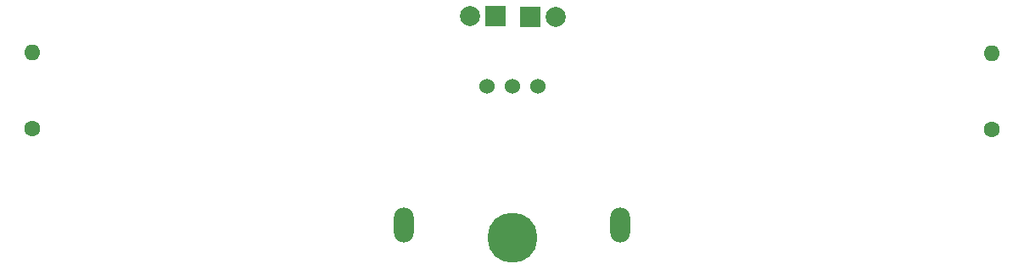
<source format=gbr>
%TF.GenerationSoftware,KiCad,Pcbnew,8.0.5*%
%TF.CreationDate,2025-02-18T13:06:52+00:00*%
%TF.ProjectId,bat-design,6261742d-6465-4736-9967-6e2e6b696361,v1*%
%TF.SameCoordinates,Original*%
%TF.FileFunction,Soldermask,Bot*%
%TF.FilePolarity,Negative*%
%FSLAX46Y46*%
G04 Gerber Fmt 4.6, Leading zero omitted, Abs format (unit mm)*
G04 Created by KiCad (PCBNEW 8.0.5) date 2025-02-18 13:06:52*
%MOMM*%
%LPD*%
G01*
G04 APERTURE LIST*
%ADD10R,2.000000X2.000000*%
%ADD11C,2.000000*%
%ADD12C,1.600000*%
%ADD13O,1.600000X1.600000*%
%ADD14O,2.000000X3.500000*%
%ADD15C,5.000000*%
%ADD16C,1.524000*%
G04 APERTURE END LIST*
D10*
%TO.C,D1*%
X93345000Y-149707600D03*
D11*
X90805000Y-149707600D03*
%TD*%
D10*
%TO.C,D2*%
X96799400Y-149733000D03*
D11*
X99339400Y-149733000D03*
%TD*%
D12*
%TO.C,R1*%
X47117000Y-160985200D03*
D13*
X47117000Y-153365200D03*
%TD*%
D12*
%TO.C,R2*%
X142849600Y-161061400D03*
D13*
X142849600Y-153441400D03*
%TD*%
D14*
%TO.C,Battery:CR2032*%
X84216400Y-170586400D03*
X105816400Y-170586400D03*
D15*
X95016400Y-171856400D03*
%TD*%
D16*
%TO.C,switch*%
X92481400Y-156743400D03*
X95021400Y-156743400D03*
X97561400Y-156743400D03*
%TD*%
M02*

</source>
